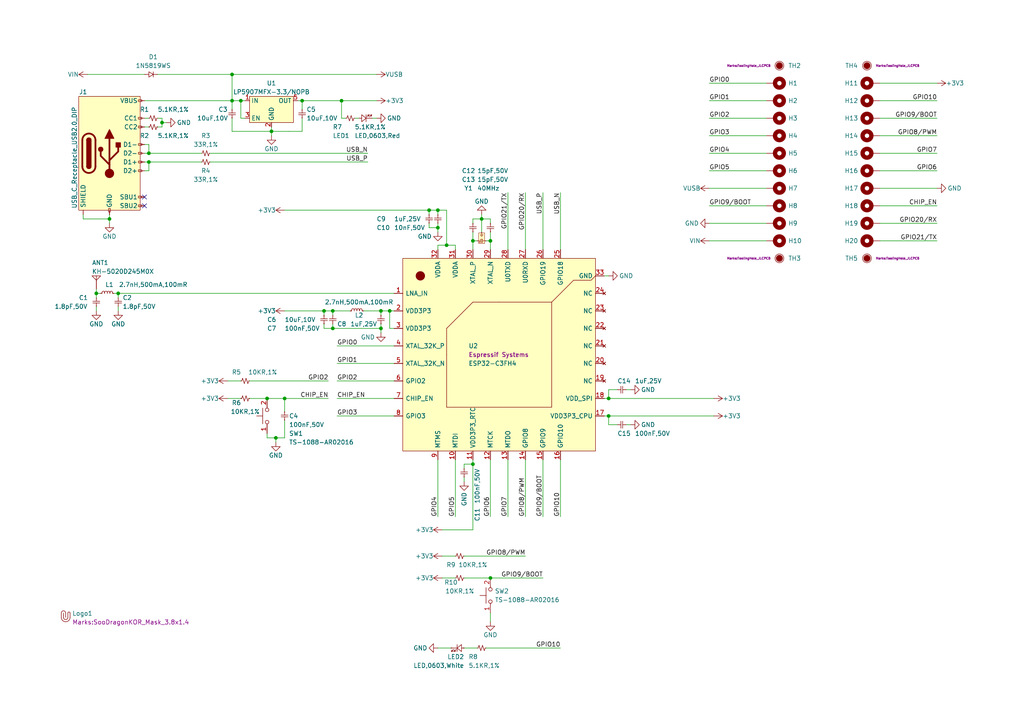
<source format=kicad_sch>
(kicad_sch (version 20230121) (generator eeschema)
  (paper "A4")
  (title_block (rev "1") (company "Geekble") (comment 1 "2-Layer, 1-Oz, JLC PCB Fabrication") (comment 4 "SooDragon"))
  (junction (at 27.94 85.09))
  (junction (at 99.06 29.21))
  (junction (at 176.53 120.65))
  (junction (at 113.03 90.17))
  (junction (at 127 60.96))
  (junction (at 67.31 21.59))
  (junction (at 67.31 29.21))
  (junction (at 43.18 46.99))
  (junction (at 69.85 29.21))
  (junction (at 139.7 63.5))
  (junction (at 129.54 71.12))
  (junction (at 137.16 134.62))
  (junction (at 78.74 38.1))
  (junction (at 96.52 95.25))
  (junction (at 110.49 95.25))
  (junction (at 34.29 85.09))
  (junction (at 124.46 60.96))
  (junction (at 96.52 90.17))
  (junction (at 77.47 115.57))
  (junction (at 46.99 35.56))
  (junction (at 142.24 69.85))
  (junction (at 137.16 69.85))
  (junction (at 87.63 29.21))
  (junction (at 176.53 115.57))
  (junction (at 110.49 90.17))
  (junction (at 142.24 167.64))
  (junction (at 43.18 44.45))
  (junction (at 127 66.04))
  (junction (at 93.98 90.17))
  (junction (at 80.01 127))
  (junction (at 82.55 115.57))
  (junction (at 31.75 63.5))
  (no_connect (at 41.91 59.69))
  (no_connect (at 41.91 57.15))
  (wire (pts (xy 127 60.96) (xy 124.46 60.96)))
  (wire (pts (xy 27.94 88.9) (xy 27.94 90.17)))
  (wire (pts (xy 93.98 93.98) (xy 93.98 95.25)))
  (wire (pts (xy 33.02 85.09) (xy 34.29 85.09)))
  (wire (pts (xy 93.98 95.25) (xy 96.52 95.25)))
  (wire (pts (xy 67.31 29.21) (xy 69.85 29.21)))
  (wire (pts (xy 31.75 63.5) (xy 24.13 63.5)))
  (wire (pts (xy 66.04 110.49) (xy 69.85 110.49)))
  (wire (pts (xy 60.96 44.45) (xy 106.68 44.45)))
  (wire (pts (xy 127 72.39) (xy 127 71.12)))
  (wire (pts (xy 31.75 62.23) (xy 31.75 63.5)))
  (wire (pts (xy 82.55 127) (xy 82.55 121.92)))
  (wire (pts (xy 134.62 134.62) (xy 137.16 134.62)))
  (wire (pts (xy 60.96 46.99) (xy 106.68 46.99)))
  (wire (pts (xy 110.49 90.17) (xy 113.03 90.17)))
  (wire (pts (xy 222.25 59.69) (xy 205.74 59.69)))
  (wire (pts (xy 43.18 44.45) (xy 58.42 44.45)))
  (wire (pts (xy 137.16 69.85) (xy 137.16 72.39)))
  (wire (pts (xy 140.97 187.96) (xy 162.56 187.96)))
  (wire (pts (xy 147.32 72.39) (xy 147.32 55.88)))
  (wire (pts (xy 222.25 29.21) (xy 205.74 29.21)))
  (wire (pts (xy 147.32 149.86) (xy 147.32 133.35)))
  (wire (pts (xy 137.16 63.5) (xy 137.16 64.77)))
  (wire (pts (xy 97.79 105.41) (xy 114.3 105.41)))
  (wire (pts (xy 137.16 134.62) (xy 137.16 153.67)))
  (wire (pts (xy 134.62 135.89) (xy 134.62 134.62)))
  (wire (pts (xy 82.55 90.17) (xy 93.98 90.17)))
  (wire (pts (xy 27.94 83.82) (xy 27.94 85.09)))
  (wire (pts (xy 179.07 123.19) (xy 176.53 123.19)))
  (wire (pts (xy 45.72 36.83) (xy 46.99 36.83)))
  (wire (pts (xy 110.49 93.98) (xy 110.49 95.25)))
  (wire (pts (xy 176.53 113.03) (xy 179.07 113.03)))
  (wire (pts (xy 25.4 21.59) (xy 41.91 21.59)))
  (wire (pts (xy 41.91 41.91) (xy 43.18 41.91)))
  (wire (pts (xy 127 66.04) (xy 127 67.31)))
  (wire (pts (xy 142.24 64.77) (xy 142.24 63.5)))
  (wire (pts (xy 127 187.96) (xy 130.81 187.96)))
  (wire (pts (xy 43.18 46.99) (xy 43.18 49.53)))
  (wire (pts (xy 181.61 123.19) (xy 182.88 123.19)))
  (wire (pts (xy 157.48 72.39) (xy 157.48 55.88)))
  (wire (pts (xy 99.06 29.21) (xy 109.22 29.21)))
  (wire (pts (xy 45.72 21.59) (xy 67.31 21.59)))
  (wire (pts (xy 67.31 31.75) (xy 67.31 29.21)))
  (wire (pts (xy 86.36 29.21) (xy 87.63 29.21)))
  (wire (pts (xy 77.47 115.57) (xy 82.55 115.57)))
  (wire (pts (xy 105.41 90.17) (xy 110.49 90.17)))
  (wire (pts (xy 181.61 113.03) (xy 182.88 113.03)))
  (wire (pts (xy 46.99 35.56) (xy 46.99 34.29)))
  (wire (pts (xy 93.98 91.44) (xy 93.98 90.17)))
  (wire (pts (xy 78.74 38.1) (xy 78.74 36.83)))
  (wire (pts (xy 27.94 85.09) (xy 27.94 86.36)))
  (wire (pts (xy 157.48 149.86) (xy 157.48 133.35)))
  (wire (pts (xy 97.79 110.49) (xy 114.3 110.49)))
  (wire (pts (xy 142.24 69.85) (xy 142.24 72.39)))
  (wire (pts (xy 176.53 115.57) (xy 207.01 115.57)))
  (wire (pts (xy 41.91 49.53) (xy 43.18 49.53)))
  (wire (pts (xy 99.06 34.29) (xy 100.33 34.29)))
  (wire (pts (xy 80.01 127) (xy 80.01 128.27)))
  (wire (pts (xy 113.03 95.25) (xy 113.03 90.17)))
  (wire (pts (xy 87.63 29.21) (xy 87.63 31.75)))
  (wire (pts (xy 87.63 29.21) (xy 99.06 29.21)))
  (wire (pts (xy 134.62 167.64) (xy 142.24 167.64)))
  (wire (pts (xy 87.63 34.29) (xy 87.63 38.1)))
  (wire (pts (xy 128.27 167.64) (xy 132.08 167.64)))
  (wire (pts (xy 82.55 60.96) (xy 124.46 60.96)))
  (wire (pts (xy 152.4 149.86) (xy 152.4 133.35)))
  (wire (pts (xy 127 64.77) (xy 127 66.04)))
  (wire (pts (xy 222.25 34.29) (xy 205.74 34.29)))
  (wire (pts (xy 129.54 71.12) (xy 132.08 71.12)))
  (wire (pts (xy 124.46 64.77) (xy 124.46 66.04)))
  (wire (pts (xy 71.12 34.29) (xy 69.85 34.29)))
  (wire (pts (xy 137.16 67.31) (xy 137.16 69.85)))
  (wire (pts (xy 72.39 115.57) (xy 77.47 115.57)))
  (wire (pts (xy 127 149.86) (xy 127 133.35)))
  (wire (pts (xy 77.47 127) (xy 80.01 127)))
  (wire (pts (xy 142.24 167.64) (xy 157.48 167.64)))
  (wire (pts (xy 142.24 63.5) (xy 139.7 63.5)))
  (wire (pts (xy 142.24 67.31) (xy 142.24 69.85)))
  (wire (pts (xy 66.04 115.57) (xy 69.85 115.57)))
  (wire (pts (xy 132.08 71.12) (xy 132.08 72.39)))
  (wire (pts (xy 95.25 110.49) (xy 72.39 110.49)))
  (wire (pts (xy 41.91 29.21) (xy 67.31 29.21)))
  (wire (pts (xy 176.53 115.57) (xy 175.26 115.57)))
  (wire (pts (xy 80.01 127) (xy 82.55 127)))
  (wire (pts (xy 82.55 115.57) (xy 82.55 119.38)))
  (wire (pts (xy 127 60.96) (xy 129.54 60.96)))
  (wire (pts (xy 102.87 34.29) (xy 104.14 34.29)))
  (wire (pts (xy 142.24 149.86) (xy 142.24 133.35)))
  (wire (pts (xy 127 71.12) (xy 129.54 71.12)))
  (wire (pts (xy 134.62 161.29) (xy 152.4 161.29)))
  (wire (pts (xy 222.25 54.61) (xy 205.74 54.61)))
  (wire (pts (xy 78.74 38.1) (xy 78.74 39.37)))
  (wire (pts (xy 34.29 90.17) (xy 34.29 88.9)))
  (wire (pts (xy 41.91 46.99) (xy 43.18 46.99)))
  (wire (pts (xy 127 60.96) (xy 127 62.23)))
  (wire (pts (xy 41.91 34.29) (xy 43.18 34.29)))
  (wire (pts (xy 222.25 44.45) (xy 205.74 44.45)))
  (wire (pts (xy 107.95 34.29) (xy 109.22 34.29)))
  (wire (pts (xy 162.56 149.86) (xy 162.56 133.35)))
  (wire (pts (xy 110.49 95.25) (xy 110.49 96.52)))
  (wire (pts (xy 124.46 66.04) (xy 127 66.04)))
  (wire (pts (xy 97.79 100.33) (xy 114.3 100.33)))
  (wire (pts (xy 140.97 69.85) (xy 142.24 69.85)))
  (wire (pts (xy 255.27 24.13) (xy 271.78 24.13)))
  (wire (pts (xy 34.29 85.09) (xy 114.3 85.09)))
  (wire (pts (xy 124.46 60.96) (xy 124.46 62.23)))
  (wire (pts (xy 69.85 34.29) (xy 69.85 29.21)))
  (wire (pts (xy 134.62 187.96) (xy 138.43 187.96)))
  (wire (pts (xy 69.85 29.21) (xy 71.12 29.21)))
  (wire (pts (xy 205.74 49.53) (xy 222.25 49.53)))
  (wire (pts (xy 271.78 34.29) (xy 255.27 34.29)))
  (wire (pts (xy 97.79 120.65) (xy 114.3 120.65)))
  (wire (pts (xy 137.16 153.67) (xy 128.27 153.67)))
  (wire (pts (xy 138.43 69.85) (xy 137.16 69.85)))
  (wire (pts (xy 162.56 72.39) (xy 162.56 55.88)))
  (wire (pts (xy 255.27 64.77) (xy 271.78 64.77)))
  (wire (pts (xy 109.22 21.59) (xy 67.31 21.59)))
  (wire (pts (xy 271.78 39.37) (xy 255.27 39.37)))
  (wire (pts (xy 41.91 44.45) (xy 43.18 44.45)))
  (wire (pts (xy 176.53 115.57) (xy 176.53 113.03)))
  (wire (pts (xy 96.52 93.98) (xy 96.52 95.25)))
  (wire (pts (xy 96.52 90.17) (xy 96.52 91.44)))
  (wire (pts (xy 222.25 64.77) (xy 205.74 64.77)))
  (wire (pts (xy 43.18 46.99) (xy 58.42 46.99)))
  (wire (pts (xy 255.27 59.69) (xy 271.78 59.69)))
  (wire (pts (xy 96.52 90.17) (xy 101.6 90.17)))
  (wire (pts (xy 271.78 44.45) (xy 255.27 44.45)))
  (wire (pts (xy 31.75 63.5) (xy 31.75 64.77)))
  (wire (pts (xy 271.78 49.53) (xy 255.27 49.53)))
  (wire (pts (xy 24.13 63.5) (xy 24.13 62.23)))
  (wire (pts (xy 46.99 36.83) (xy 46.99 35.56)))
  (wire (pts (xy 27.94 85.09) (xy 29.21 85.09)))
  (wire (pts (xy 139.7 63.5) (xy 137.16 63.5)))
  (wire (pts (xy 93.98 90.17) (xy 96.52 90.17)))
  (wire (pts (xy 45.72 34.29) (xy 46.99 34.29)))
  (wire (pts (xy 110.49 90.17) (xy 110.49 91.44)))
  (wire (pts (xy 128.27 161.29) (xy 132.08 161.29)))
  (wire (pts (xy 67.31 34.29) (xy 67.31 38.1)))
  (wire (pts (xy 132.08 149.86) (xy 132.08 133.35)))
  (wire (pts (xy 255.27 54.61) (xy 271.78 54.61)))
  (wire (pts (xy 97.79 115.57) (xy 114.3 115.57)))
  (wire (pts (xy 176.53 120.65) (xy 207.01 120.65)))
  (wire (pts (xy 152.4 72.39) (xy 152.4 55.88)))
  (wire (pts (xy 114.3 95.25) (xy 113.03 95.25)))
  (wire (pts (xy 82.55 115.57) (xy 95.25 115.57)))
  (wire (pts (xy 176.53 123.19) (xy 176.53 120.65)))
  (wire (pts (xy 77.47 125.73) (xy 77.47 127)))
  (wire (pts (xy 34.29 85.09) (xy 34.29 86.36)))
  (wire (pts (xy 41.91 36.83) (xy 43.18 36.83)))
  (wire (pts (xy 222.25 39.37) (xy 205.74 39.37)))
  (wire (pts (xy 205.74 69.85) (xy 222.25 69.85)))
  (wire (pts (xy 113.03 90.17) (xy 114.3 90.17)))
  (wire (pts (xy 175.26 80.01) (xy 176.53 80.01)))
  (wire (pts (xy 43.18 41.91) (xy 43.18 44.45)))
  (wire (pts (xy 222.25 24.13) (xy 205.74 24.13)))
  (wire (pts (xy 175.26 120.65) (xy 176.53 120.65)))
  (wire (pts (xy 139.7 63.5) (xy 139.7 67.31)))
  (wire (pts (xy 87.63 38.1) (xy 78.74 38.1)))
  (wire (pts (xy 271.78 29.21) (xy 255.27 29.21)))
  (wire (pts (xy 46.99 35.56) (xy 48.26 35.56)))
  (wire (pts (xy 67.31 21.59) (xy 67.31 29.21)))
  (wire (pts (xy 67.31 38.1) (xy 78.74 38.1)))
  (wire (pts (xy 134.62 139.7) (xy 134.62 138.43)))
  (wire (pts (xy 139.7 62.23) (xy 139.7 63.5)))
  (wire (pts (xy 142.24 177.8) (xy 142.24 180.34)))
  (wire (pts (xy 99.06 29.21) (xy 99.06 34.29)))
  (wire (pts (xy 255.27 69.85) (xy 271.78 69.85)))
  (wire (pts (xy 129.54 60.96) (xy 129.54 71.12)))
  (wire (pts (xy 137.16 133.35) (xy 137.16 134.62)))
  (wire (pts (xy 96.52 95.25) (xy 110.49 95.25)))
  (label "GPIO8{slash}PWM" (at 152.4 161.29 180))
  (label "GPIO1" (at 97.79 105.41 0))
  (label "GPIO6" (at 142.24 149.86 90))
  (label "GPIO2" (at 95.25 110.49 180))
  (label "GPIO9{slash}BOOT" (at 205.74 59.69 0))
  (label "GPIO0" (at 97.79 100.33 0))
  (label "GPIO5" (at 205.74 49.53 0))
  (label "GPIO10" (at 162.56 187.96 180))
  (label "GPIO8{slash}PWM" (at 152.4 149.86 90))
  (label "GPIO20{slash}RX" (at 152.4 55.88 270))
  (label "GPIO2" (at 205.74 34.29 0))
  (label "GPIO2" (at 97.79 110.49 0))
  (label "GPIO21{slash}TX" (at 271.78 69.85 180))
  (label "USB_N" (at 162.56 55.88 270))
  (label "GPIO21{slash}TX" (at 147.32 55.88 270))
  (label "GPIO5" (at 132.08 149.86 90))
  (label "GPIO3" (at 97.79 120.65 0))
  (label "GPIO9{slash}BOOT" (at 157.48 149.86 90))
  (label "CHIP_EN" (at 97.79 115.57 0))
  (label "GPIO7" (at 147.32 149.86 90))
  (label "USB_P" (at 106.68 46.99 180))
  (label "GPIO3" (at 205.74 39.37 0))
  (label "GPIO10" (at 271.78 29.21 180))
  (label "CHIP_EN" (at 271.78 59.69 180))
  (label "GPIO4" (at 127 149.86 90))
  (label "GPIO20{slash}RX" (at 271.78 64.77 180))
  (label "USB_P" (at 157.48 55.88 270))
  (label "GPIO0" (at 205.74 24.13 0))
  (label "GPIO1" (at 205.74 29.21 0))
  (label "USB_N" (at 106.68 44.45 180))
  (label "GPIO6" (at 271.78 49.53 180))
  (label "GPIO10" (at 162.56 149.86 90))
  (label "GPIO7" (at 271.78 44.45 180))
  (label "CHIP_EN" (at 95.25 115.57 180))
  (label "GPIO4" (at 205.74 44.45 0))
  (label "GPIO9{slash}BOOT" (at 157.48 167.64 180))
  (label "GPIO8{slash}PWM" (at 271.78 39.37 180))
  (label "GPIO9{slash}BOOT" (at 271.78 34.29 180))
  (symbol (lib_id "Resistors:5.1KR,1%") (at 44.45 34.29 0) (unit 1)
    (property "Reference" "R1" (at 41.91 31.75 0))
    (property "Value" "5.1KR,1%" (at 45.72 31.75 0) (effects (justify left)))
    (property "Footprint" "Resistors:R_0402" (effects hide))
    (property "Datasheet" "https://datasheet.lcsc.com/szlcsc/Uniroyal-Elec-0402WGF5101TCE_C25905.pdf" (effects hide))
    (property "LCSC" "C25905" (effects hide))
    (property "Manufacturer Part Number" "0402WGF5101TCE" (effects hide))
    (property "Manufacturer" "Uniroyal Elec" (effects hide))
    (property "Library Type" "Basic" (effects hide))
  )
  (symbol (lib_id "power:+3V3") (at 128.27 161.29 90) (unit 1)
    (property "Reference" "#PWR018" (effects hide))
    (property "Value" "+3V3" (at 125.73 161.29 90) (effects (justify left)))
  )
  (symbol (lib_id "Resistors:10KR,1%") (at 71.12 110.49 0) (unit 1)
    (property "Reference" "R5" (at 68.58 107.95 0))
    (property "Value" "10KR,1%" (at 76.2 107.95 0))
    (property "Footprint" "Resistors:R_0402" (effects hide))
    (property "Datasheet" "https://datasheet.lcsc.com/szlcsc/Uniroyal-Elec-0402WGF1002TCE_C25744.pdf" (effects hide))
    (property "LCSC" "C25744" (effects hide))
    (property "Manufacturer Part Number" "0402WGF1002TCE" (effects hide))
    (property "Manufacturer" "Uniroyal Elec" (effects hide))
    (property "Library Type" "Basic" (effects hide))
  )
  (symbol (lib_id "power:GND") (at 110.49 96.52 0) (unit 1)
    (property "Reference" "#PWR015" (effects hide))
    (property "Value" "GND" (at 106.68 97.79 0))
  )
  (symbol (lib_id "Resistors:5.1KR,1%") (at 44.45 36.83 0) (unit 1)
    (property "Reference" "R2" (at 41.91 39.37 0))
    (property "Value" "5.1KR,1%" (at 45.72 39.37 0) (effects (justify left)))
    (property "Footprint" "Resistors:R_0402" (effects hide))
    (property "Datasheet" "https://datasheet.lcsc.com/szlcsc/Uniroyal-Elec-0402WGF5101TCE_C25905.pdf" (effects hide))
    (property "LCSC" "C25905" (effects hide))
    (property "Manufacturer Part Number" "0402WGF5101TCE" (effects hide))
    (property "Manufacturer" "Uniroyal Elec" (effects hide))
    (property "Library Type" "Basic" (effects hide))
  )
  (symbol (lib_id "Pushbutton_Switches_Relays:TS-1088-AR02016") (at 144.78 172.72 90) (unit 1)
    (property "Reference" "SW2" (at 143.51 171.45 90) (effects (justify right)))
    (property "Value" "TS-1088-AR02016" (at 143.51 173.99 90) (effects (justify right)))
    (property "Footprint" "Pushbutton_Switches_Relays:TS-1088-AR020" (effects hide))
    (property "Datasheet" "https://datasheet.lcsc.com/lcsc/2304140030_XUNPU-TS-1088-AR02016_C720477.pdf" (effects hide))
    (property "Manufacturer" "XUNPU" (effects hide))
    (property "Manufacturer Part Number" "TS-1088-AR02016" (effects hide))
    (property "LCSC" "C720477" (effects hide))
    (property "Library Type" "Extended" (effects hide))
  )
  (symbol (lib_id "Capacitors:100nF,50V") (at 134.62 137.16 90) (unit 1)
    (property "Reference" "C11" (at 138.43 147.32 0) (effects (justify right)))
    (property "Value" "100nF,50V" (at 138.43 135.89 0) (effects (justify right)))
    (property "Footprint" "Capacitors:C_0402" (effects hide))
    (property "Datasheet" "https://datasheet.lcsc.com/lcsc/1810191222_Samsung-Electro-Mechanics-CL05B104KB54PNC_C307331.pdf" (effects hide))
    (property "LCSC" "C307331" (effects hide))
    (property "Manufacturer Part Number" "CL05B104KB54PNC" (effects hide))
    (property "Manufacturer" "Samsung Electro-Mechanics" (effects hide))
    (property "Library Type" "Basic" (effects hide))
  )
  (symbol (lib_id "Marks:MountingHole_Pad") (at 252.73 29.21 90) (unit 1)
    (property "Reference" "H12" (at 248.92 29.21 90) (effects (justify left)))
    (property "Value" "MountingHole_Pad" (effects hide))
    (property "Footprint" "Connectors:1x1_P2.54_CastellatedPad" (effects hide))
  )
  (symbol (lib_name "5.1KR,1%_1") (lib_id "Resistors:5.1KR,1%") (at 139.7 187.96 0) (unit 1)
    (property "Reference" "R8" (at 135.89 190.5 0) (effects (justify left)))
    (property "Value" "5.1KR,1%" (at 135.89 193.04 0) (effects (justify left)))
    (property "Footprint" "Resistors:R_0402" (effects hide))
    (property "Datasheet" "https://datasheet.lcsc.com/szlcsc/Uniroyal-Elec-0402WGF5101TCE_C25905.pdf" (effects hide))
    (property "LCSC" "C25905" (effects hide))
    (property "Manufacturer Part Number" "0402WGF5101TCE" (effects hide))
    (property "Manufacturer" "Uniroyal Elec" (effects hide))
    (property "Library Type" "Basic" (effects hide))
  )
  (symbol (lib_id "Pushbutton_Switches_Relays:TS-1088-AR02016") (at 80.01 120.65 90) (unit 1)
    (property "Reference" "SW1" (at 83.82 125.73 90) (effects (justify right)))
    (property "Value" "TS-1088-AR02016" (at 83.82 128.27 90) (effects (justify right)))
    (property "Footprint" "Pushbutton_Switches_Relays:TS-1088-AR020" (effects hide))
    (property "Datasheet" "https://datasheet.lcsc.com/lcsc/2304140030_XUNPU-TS-1088-AR02016_C720477.pdf" (effects hide))
    (property "Manufacturer" "XUNPU" (effects hide))
    (property "Manufacturer Part Number" "TS-1088-AR02016" (effects hide))
    (property "LCSC" "C720477" (effects hide))
    (property "Library Type" "Extended" (effects hide))
  )
  (symbol (lib_id "Marks:ToolingHole") (at 251.46 74.93 0) (unit 1)
    (property "Reference" "TH5" (at 245.11 74.93 0) (effects (justify left)))
    (property "Value" "ToolingHole" (effects hide))
    (property "Footprint" "Marks:ToolingHole_JLCPCB" (at 254 74.93 0) (effects (font (size 0.635 0.635)) (justify left)))
  )
  (symbol (lib_id "Marks:MountingHole_Pad") (at 252.73 59.69 90) (mirror x) (unit 1)
    (property "Reference" "H18" (at 248.92 59.69 90) (effects (justify left)))
    (property "Value" "MountingHole_Pad" (effects hide))
    (property "Footprint" "Connectors:1x1_P2.54_CastellatedPad" (effects hide))
  )
  (symbol (lib_id "Capacitors:1uF,25V") (at 180.34 113.03 180) (unit 1)
    (property "Reference" "C14" (at 179.07 110.49 0) (effects (justify right)))
    (property "Value" "1uF,25V" (at 184.15 110.49 0) (effects (justify right)))
    (property "Footprint" "Capacitors:C_0402" (effects hide))
    (property "Datasheet" "https://datasheet.lcsc.com/lcsc/1811091611_Samsung-Electro-Mechanics-CL05A105KA5NQNC_C52923.pdf" (effects hide))
    (property "LCSC" "C52923" (effects hide))
    (property "Manufacturer Part Number" "CL05A105KA5NQNC" (effects hide))
    (property "Manufacturer" "Samsung Electro-Mechanics" (effects hide))
    (property "Library Type" "Basic" (effects hide))
  )
  (symbol (lib_id "Connectors:USB_C_Receptacle_USB2.0_DIP") (at 31.75 44.45 0) (unit 1)
    (property "Reference" "J1" (at 24.13 26.67 0))
    (property "Value" "USB_C_Receptacle_USB2.0_DIP" (at 21.59 45.72 90))
    (property "Footprint" "Connectors:USB_DIP,8.94x7.3mm" (effects hide))
    (property "Datasheet" "https://datasheet.lcsc.com/szlcsc/1811131825_Korean-Hroparts-Elec-TYPE-C-31-M-12_C165948.pdf" (effects hide))
    (property "LCSC" "C165948" (effects hide))
    (property "Manufacturer Part Number" "TYPE-C-31-M-12" (effects hide))
    (property "Manufacturer" "Korean Hroparts Elec" (effects hide))
    (property "Library Type" "Extended" (effects hide))
  )
  (symbol (lib_id "Capacitors:1uF,25V") (at 110.49 92.71 90) (unit 1)
    (property "Reference" "C8" (at 97.79 93.98 90) (effects (justify right)))
    (property "Value" "1uF,25V" (at 101.6 93.98 90) (effects (justify right)))
    (property "Footprint" "Capacitors:C_0402" (effects hide))
    (property "Datasheet" "https://datasheet.lcsc.com/lcsc/1811091611_Samsung-Electro-Mechanics-CL05A105KA5NQNC_C52923.pdf" (effects hide))
    (property "LCSC" "C52923" (effects hide))
    (property "Manufacturer Part Number" "CL05A105KA5NQNC" (effects hide))
    (property "Manufacturer" "Samsung Electro-Mechanics" (effects hide))
    (property "Library Type" "Basic" (effects hide))
  )
  (symbol (lib_id "power:+3V3") (at 128.27 167.64 90) (unit 1)
    (property "Reference" "#PWR019" (effects hide))
    (property "Value" "+3V3" (at 125.73 167.64 90) (effects (justify left)))
  )
  (symbol (lib_id "power:+3V3") (at 109.22 29.21 270) (unit 1)
    (property "Reference" "#PWR013" (effects hide))
    (property "Value" "+3V3" (at 111.76 29.21 90) (effects (justify left)))
  )
  (symbol (lib_id "power:GND") (at 27.94 90.17 0) (unit 1)
    (property "Reference" "#PWR01" (effects hide))
    (property "Value" "GND" (at 27.94 93.98 0))
  )
  (symbol (lib_id "Capacitors:10nF,50V") (at 127 63.5 90) (unit 1)
    (property "Reference" "C10" (at 109.22 66.04 90) (effects (justify right)))
    (property "Value" "10nF,50V" (at 114.3 66.04 90) (effects (justify right)))
    (property "Footprint" "Capacitors:C_0402" (effects hide))
    (property "Datasheet" "https://datasheet.lcsc.com/lcsc/1810191223_Samsung-Electro-Mechanics-CL05B103KB5NNNC_C15195.pdf" (effects hide))
    (property "LCSC" "C15195" (effects hide))
    (property "Manufacturer Part Number" "CL05B103KB5NNNC" (effects hide))
    (property "Manufacturer" "Samsung Electro-Mechanics" (effects hide))
    (property "Library Type" "Basic" (effects hide))
  )
  (symbol (lib_id "Diodes:LED,0603,Red") (at 106.68 34.29 180) (unit 1)
    (property "Reference" "LED1" (at 96.52 39.37 0) (effects (justify right)))
    (property "Value" "LED,0603,Red" (at 102.87 39.37 0) (effects (justify right)))
    (property "Footprint" "Diodes:LED_0603_Red" (effects hide))
    (property "Datasheet" "Hubei-KENTO-Elec-KT-0603R_C2286.pdf" (effects hide))
    (property "LCSC" "C2286" (effects hide))
    (property "Manufacturer Part Number" "KT-0603R" (effects hide))
    (property "Manufacturer" "Hubei KENTO Elec" (effects hide))
    (property "Library Type" "Basic" (effects hide))
  )
  (symbol (lib_id "Capacitors:100nF,50V") (at 180.34 123.19 180) (unit 1)
    (property "Reference" "C15" (at 179.07 125.73 0) (effects (justify right)))
    (property "Value" "100nF,50V" (at 184.15 125.73 0) (effects (justify right)))
    (property "Footprint" "Capacitors:C_0402" (effects hide))
    (property "Datasheet" "https://datasheet.lcsc.com/lcsc/1810191222_Samsung-Electro-Mechanics-CL05B104KB54PNC_C307331.pdf" (effects hide))
    (property "LCSC" "C307331" (effects hide))
    (property "Manufacturer Part Number" "CL05B104KB54PNC" (effects hide))
    (property "Manufacturer" "Samsung Electro-Mechanics" (effects hide))
    (property "Library Type" "Basic" (effects hide))
  )
  (symbol (lib_id "Capacitors:1uF,25V") (at 124.46 63.5 90) (unit 1)
    (property "Reference" "C9" (at 109.22 63.5 90) (effects (justify right)))
    (property "Value" "1uF,25V" (at 114.3 63.5 90) (effects (justify right)))
    (property "Footprint" "Capacitors:C_0402" (effects hide))
    (property "Datasheet" "https://datasheet.lcsc.com/lcsc/1811091611_Samsung-Electro-Mechanics-CL05A105KA5NQNC_C52923.pdf" (effects hide))
    (property "LCSC" "C52923" (effects hide))
    (property "Manufacturer Part Number" "CL05A105KA5NQNC" (effects hide))
    (property "Manufacturer" "Samsung Electro-Mechanics" (effects hide))
    (property "Library Type" "Basic" (effects hide))
  )
  (symbol (lib_id "Capacitors:100nF,50V") (at 82.55 120.65 90) (unit 1)
    (property "Reference" "C4" (at 83.82 120.65 90) (effects (justify right)))
    (property "Value" "100nF,50V" (at 83.82 123.19 90) (effects (justify right)))
    (property "Footprint" "Capacitors:C_0402" (effects hide))
    (property "Datasheet" "https://datasheet.lcsc.com/lcsc/1810191222_Samsung-Electro-Mechanics-CL05B104KB54PNC_C307331.pdf" (effects hide))
    (property "LCSC" "C307331" (effects hide))
    (property "Manufacturer Part Number" "CL05B104KB54PNC" (effects hide))
    (property "Manufacturer" "Samsung Electro-Mechanics" (effects hide))
    (property "Library Type" "Basic" (effects hide))
  )
  (symbol (lib_id "Capacitors:100nF,50V") (at 96.52 92.71 90) (unit 1)
    (property "Reference" "C7" (at 77.47 95.25 90) (effects (justify right)))
    (property "Value" "100nF,50V" (at 82.55 95.25 90) (effects (justify right)))
    (property "Footprint" "Capacitors:C_0402" (effects hide))
    (property "Datasheet" "https://datasheet.lcsc.com/lcsc/1810191222_Samsung-Electro-Mechanics-CL05B104KB54PNC_C307331.pdf" (effects hide))
    (property "LCSC" "C307331" (effects hide))
    (property "Manufacturer Part Number" "CL05B104KB54PNC" (effects hide))
    (property "Manufacturer" "Samsung Electro-Mechanics" (effects hide))
    (property "Library Type" "Basic" (effects hide))
  )
  (symbol (lib_id "Inductors_Chokes_Transformers:2.7nH,500mA,100mR") (at 31.75 85.09 0) (unit 1)
    (property "Reference" "L1" (at 31.75 82.55 0))
    (property "Value" "2.7nH,500mA,100mR" (at 44.45 82.55 0))
    (property "Footprint" "Inductors_Chokes_Transformers:L_0402" (effects hide))
    (property "Datasheet" "https://datasheet.lcsc.com/lcsc/2304140030_TDK-MLK1005S2N7ST000_C76791.pdf" (effects hide))
    (property "LCSC" "C76791" (effects hide))
    (property "Manufacturer Part Number" "MLK1005S2N7ST000" (effects hide))
    (property "Manufacturer" "TDK" (effects hide))
    (property "Library Type" "Extended" (effects hide))
  )
  (symbol (lib_id "Marks:MountingHole_Pad") (at 224.79 24.13 270) (mirror x) (unit 1)
    (property "Reference" "H1" (at 228.6 24.13 90) (effects (justify left)))
    (property "Value" "MountingHole_Pad" (effects hide))
    (property "Footprint" "Connectors:1x1_P2.54_CastellatedPad" (effects hide))
  )
  (symbol (lib_name "VUSB_1") (lib_id "power:VUSB") (at 205.74 54.61 90) (unit 1)
    (property "Reference" "#PWR027" (effects hide))
    (property "Value" "VUSB" (at 203.2 54.61 90) (effects (justify left)))
  )
  (symbol (lib_id "power:GND") (at 109.22 34.29 90) (unit 1)
    (property "Reference" "#PWR014" (effects hide))
    (property "Value" "GND" (at 114.3 34.29 90))
  )
  (symbol (lib_id "Diodes:LED,0603,White") (at 132.08 187.96 0) (unit 1)
    (property "Reference" "LED2" (at 134.62 190.5 0) (effects (justify right)))
    (property "Value" "LED,0603,White" (at 134.62 193.04 0) (effects (justify right)))
    (property "Footprint" "Diodes:LED_0603_White" (effects hide))
    (property "Datasheet" "https://datasheet.lcsc.com/szlcsc/Hubei-KENTO-Elec-0603White-light-173-207mcd_C2290.pdf" (effects hide))
    (property "LCSC" "C2290" (effects hide))
    (property "Manufacturer Part Number" "-" (effects hide))
    (property "Manufacturer" "Hubei KENTO Elec" (effects hide))
    (property "Library Type" "Basic" (effects hide))
  )
  (symbol (lib_id "RadioFrequencyChip_Antenna:KH-5020D245M0X") (at 27.94 83.82 0) (unit 1)
    (property "Reference" "ANT1" (at 26.67 76.2 0) (effects (justify left)))
    (property "Value" "KH-5020D245M0X" (at 26.67 78.74 0) (effects (justify left)))
    (property "Footprint" "RadioFrequencyChip_Antenna:ANT_5020" (effects hide))
    (property "Datasheet" "https://datasheet.lcsc.com/lcsc/1912111437_Shenzhen-Kinghelm-Elec-KH-5020D245M0X_C454142.pdf" (effects hide))
    (property "LCSC" "C454142" (effects hide))
    (property "Manufacturer Part Number" "KH-5020D245M0X" (effects hide))
    (property "Manufacturer" "Shenzhen Kinghelm Elec" (effects hide))
    (property "Library Type" "Extended" (effects hide))
  )
  (symbol (lib_id "Resistors:10KR,1%") (at 71.12 115.57 0) (unit 1)
    (property "Reference" "R6" (at 68.58 116.84 0))
    (property "Value" "10KR,1%" (at 71.12 119.38 0))
    (property "Footprint" "Resistors:R_0402" (effects hide))
    (property "Datasheet" "https://datasheet.lcsc.com/szlcsc/Uniroyal-Elec-0402WGF1002TCE_C25744.pdf" (effects hide))
    (property "LCSC" "C25744" (effects hide))
    (property "Manufacturer Part Number" "0402WGF1002TCE" (effects hide))
    (property "Manufacturer" "Uniroyal Elec" (effects hide))
    (property "Library Type" "Basic" (effects hide))
  )
  (symbol (lib_id "power:GND") (at 31.75 64.77 0) (unit 1)
    (property "Reference" "#PWR02" (effects hide))
    (property "Value" "GND" (at 31.75 68.58 0))
  )
  (symbol (lib_id "power:GND") (at 48.26 35.56 90) (unit 1)
    (property "Reference" "#PWR04" (effects hide))
    (property "Value" "GND" (at 53.34 35.56 90))
  )
  (symbol (lib_id "power:GND") (at 127 187.96 270) (unit 1)
    (property "Reference" "#PWR033" (effects hide))
    (property "Value" "GND" (at 121.92 187.96 90))
  )
  (symbol (lib_id "Capacitors:1.8pF,50V") (at 34.29 87.63 90) (unit 1)
    (property "Reference" "C2" (at 35.56 86.36 90) (effects (justify right)))
    (property "Value" "1.8pF,50V" (at 35.56 88.9 90) (effects (justify right)))
    (property "Footprint" "Capacitors:C_0402" (effects hide))
    (property "Datasheet" "https://datasheet.lcsc.com/lcsc/1811141242_YAGEO-CC0402BRNPO9BN1R8_C327209.pdf" (effects hide))
    (property "LCSC" "C327209" (effects hide))
    (property "Manufacturer Part Number" "CC0402BRNPO9BN1R8" (effects hide))
    (property "Manufacturer" "YAGEO" (effects hide))
    (property "Library Type" "Extended" (effects hide))
  )
  (symbol (lib_id "Marks:ToolingHole") (at 251.46 19.05 0) (unit 1)
    (property "Reference" "TH4" (at 245.11 19.05 0) (effects (justify left)))
    (property "Value" "ToolingHole" (effects hide))
    (property "Footprint" "Marks:ToolingHole_JLCPCB" (at 254 19.05 0) (effects (font (size 0.635 0.635)) (justify left)))
  )
  (symbol (lib_id "Resistors:10KR,1%") (at 133.35 167.64 0) (unit 1)
    (property "Reference" "R10" (at 130.81 168.91 0))
    (property "Value" "10KR,1%" (at 133.35 171.45 0))
    (property "Footprint" "Resistors:R_0402" (effects hide))
    (property "Datasheet" "https://datasheet.lcsc.com/szlcsc/Uniroyal-Elec-0402WGF1002TCE_C25744.pdf" (effects hide))
    (property "LCSC" "C25744" (effects hide))
    (property "Manufacturer Part Number" "0402WGF1002TCE" (effects hide))
    (property "Manufacturer" "Uniroyal Elec" (effects hide))
    (property "Library Type" "Basic" (effects hide))
  )
  (symbol (lib_id "Marks:ToolingHole") (at 226.06 19.05 0) (unit 1)
    (property "Reference" "TH2" (at 228.6 19.05 0) (effects (justify left)))
    (property "Value" "ToolingHole" (effects hide))
    (property "Footprint" "Marks:ToolingHole_JLCPCB" (at 210.82 19.05 0) (effects (font (size 0.635 0.635)) (justify left)))
  )
  (symbol (lib_id "Marks:MountingHole_Pad") (at 224.79 39.37 270) (mirror x) (unit 1)
    (property "Reference" "H4" (at 228.6 39.37 90) (effects (justify left)))
    (property "Value" "MountingHole_Pad" (effects hide))
    (property "Footprint" "Connectors:1x1_P2.54_CastellatedPad" (effects hide))
  )
  (symbol (lib_id "power:VUSB") (at 109.22 21.59 270) (unit 1)
    (property "Reference" "#PWR011" (effects hide))
    (property "Value" "VUSB" (at 111.76 21.59 90) (effects (justify left)))
  )
  (symbol (lib_id "power:GND") (at 34.29 90.17 0) (unit 1)
    (property "Reference" "#PWR03" (effects hide))
    (property "Value" "GND" (at 34.29 93.98 0))
  )
  (symbol (lib_id "Capacitors:10uF,10V") (at 93.98 92.71 90) (unit 1)
    (property "Reference" "C6" (at 77.47 92.71 90) (effects (justify right)))
    (property "Value" "10uF,10V" (at 82.55 92.71 90) (effects (justify right)))
    (property "Footprint" "Capacitors:C_0402" (effects hide))
    (property "Datasheet" "https://datasheet.lcsc.com/lcsc/1912111437_Taiyo-Yuden-LDK105CBJ106MVLF_C386033.pdf" (effects hide))
    (property "LCSC" "C386033" (effects hide))
    (property "Manufacturer Part Number" "LDK105CBJ106MVLF" (effects hide))
    (property "Manufacturer" "Taiyo Yuden" (effects hide))
    (property "Library Type" "Extended" (effects hide))
  )
  (symbol (lib_id "power:+3V3") (at 82.55 90.17 90) (unit 1)
    (property "Reference" "#PWR010" (effects hide))
    (property "Value" "+3V3" (at 80.01 90.17 90) (effects (justify left)))
  )
  (symbol (lib_id "power:GND") (at 176.53 80.01 90) (unit 1)
    (property "Reference" "#PWR023" (effects hide))
    (property "Value" "GND" (at 181.61 80.01 90))
  )
  (symbol (lib_id "Marks:MountingHole_Pad") (at 252.73 24.13 90) (unit 1)
    (property "Reference" "H11" (at 248.92 24.13 90) (effects (justify left)))
    (property "Value" "MountingHole_Pad" (effects hide))
    (property "Footprint" "Connectors:1x1_P2.54_CastellatedPad" (effects hide))
  )
  (symbol (lib_id "Marks:ToolingHole") (at 226.06 74.93 0) (unit 1)
    (property "Reference" "TH3" (at 228.6 74.93 0) (effects (justify left)))
    (property "Value" "ToolingHole" (effects hide))
    (property "Footprint" "Marks:ToolingHole_JLCPCB" (at 210.82 74.93 0) (effects (font (size 0.635 0.635)) (justify left)))
  )
  (symbol (lib_id "Marks:MountingHole_Pad") (at 224.79 49.53 270) (mirror x) (unit 1)
    (property "Reference" "H6" (at 228.6 49.53 90) (effects (justify left)))
    (property "Value" "MountingHole_Pad" (effects hide))
    (property "Footprint" "Connectors:1x1_P2.54_CastellatedPad" (effects hide))
  )
  (symbol (lib_id "Marks:MountingHole_Pad") (at 224.79 29.21 270) (mirror x) (unit 1)
    (property "Reference" "H2" (at 228.6 29.21 90) (effects (justify left)))
    (property "Value" "MountingHole_Pad" (effects hide))
    (property "Footprint" "Connectors:1x1_P2.54_CastellatedPad" (effects hide))
  )
  (symbol (lib_id "power:GND") (at 182.88 123.19 90) (unit 1)
    (property "Reference" "#PWR025" (effects hide))
    (property "Value" "GND" (at 187.96 123.19 90))
  )
  (symbol (lib_name "VIN_1") (lib_id "power:VIN") (at 205.74 69.85 90) (unit 1)
    (property "Reference" "#PWR029" (effects hide))
    (property "Value" "VIN" (at 203.2 69.85 90) (effects (justify left)))
  )
  (symbol (lib_id "Marks:MountingHole_Pad") (at 252.73 34.29 90) (unit 1)
    (property "Reference" "H13" (at 248.92 34.29 90) (effects (justify left)))
    (property "Value" "MountingHole_Pad" (effects hide))
    (property "Footprint" "Connectors:1x1_P2.54_CastellatedPad" (effects hide))
  )
  (symbol (lib_id "power:GND") (at 127 67.31 0) (unit 1)
    (property "Reference" "#PWR016" (effects hide))
    (property "Value" "GND" (at 123.19 68.58 0))
  )
  (symbol (lib_id "Crystals:40MHz") (at 139.7 69.85 0) (unit 1)
    (property "Reference" "Y1" (at 135.89 54.61 0))
    (property "Value" "40MHz" (at 138.43 54.61 0) (effects (justify left)))
    (property "Footprint" "Crystals:SMD-3225_4P" (effects hide))
    (property "Datasheet" "https://datasheet.lcsc.com/lcsc/2103291204_YXC-X322540MPB4SI_C9010.pdf" (effects hide))
    (property "LCSC" "C9010" (effects hide))
    (property "Manufacturer Part Number" "X322540MPB4SI" (effects hide))
    (property "Manufacturer" "YXC" (effects hide))
    (property "Library Type" "Extended" (effects hide))
  )
  (symbol (lib_id "Marks:MountingHole_Pad") (at 224.79 44.45 270) (mirror x) (unit 1)
    (property "Reference" "H5" (at 228.6 44.45 90) (effects (justify left)))
    (property "Value" "MountingHole_Pad" (effects hide))
    (property "Footprint" "Connectors:1x1_P2.54_CastellatedPad" (effects hide))
  )
  (symbol (lib_id "Marks:MountingHole_Pad") (at 224.79 34.29 270) (mirror x) (unit 1)
    (property "Reference" "H3" (at 228.6 34.29 90) (effects (justify left)))
    (property "Value" "MountingHole_Pad" (effects hide))
    (property "Footprint" "Connectors:1x1_P2.54_CastellatedPad" (effects hide))
  )
  (symbol (lib_id "Inductors_Chokes_Transformers:2.7nH,500mA,100mR") (at 104.14 90.17 0) (unit 1)
    (property "Reference" "L2" (at 104.14 91.44 0))
    (property "Value" "2.7nH,500mA,100mR" (at 104.14 87.63 0))
    (property "Footprint" "Inductors_Chokes_Transformers:L_0402" (effects hide))
    (property "Datasheet" "https://datasheet.lcsc.com/lcsc/2304140030_TDK-MLK1005S2N7ST000_C76791.pdf" (effects hide))
    (property "LCSC" "C76791" (effects hide))
    (property "Manufacturer Part Number" "MLK1005S2N7ST000" (effects hide))
    (property "Manufacturer" "TDK" (effects hide))
    (property "Library Type" "Extended" (effects hide))
  )
  (symbol (lib_id "power:GND") (at 134.62 139.7 0) (unit 1)
    (property "Reference" "#PWR020" (effects hide))
    (property "Value" "GND" (at 134.62 144.78 90))
  )
  (symbol (lib_id "power:GND") (at 78.74 39.37 0) (unit 1)
    (property "Reference" "#PWR07" (effects hide))
    (property "Value" "GND" (at 78.74 43.18 0))
  )
  (symbol (lib_id "Marks:MountingHole_Pad") (at 252.73 54.61 90) (mirror x) (unit 1)
    (property "Reference" "H17" (at 248.92 54.61 90) (effects (justify left)))
    (property "Value" "MountingHole_Pad" (effects hide))
    (property "Footprint" "Connectors:1x1_P2.54_CastellatedPad" (effects hide))
  )
  (symbol (lib_id "Marks:Geekble_Logo") (at 19.05 179.07 0) (unit 1)
    (property "Reference" "Logo1" (at 20.955 177.9178 0) (effects (justify left)))
    (property "Value" "Geekble_Logo" (effects hide))
    (property "Footprint" "Marks:SooDragonKOR_Mask_3.8x1.4" (at 20.955 180.4547 0) (effects (justify left)))
  )
  (symbol (lib_id "Capacitors:15pF,50V") (at 137.16 66.04 90) (mirror x) (unit 1)
    (property "Reference" "C12" (at 135.89 49.53 90))
    (property "Value" "15pF,50V" (at 138.43 49.53 90) (effects (justify right)))
    (property "Footprint" "Capacitors:C_0402" (effects hide))
    (property "Datasheet" "https://datasheet.lcsc.com/lcsc/2304140030_FH--Guangdong-Fenghua-Advanced-Tech-0402CG150J500NT_C1548.pdf" (effects hide))
    (property "LCSC" "C1548" (effects hide))
    (property "Manufacturer Part Number" "0402CG150J500NT" (effects hide))
    (property "Manufacturer" "FH (Guangdong Fenghua Advanced Tech)" (effects hide))
    (property "Library Type" "Basic" (effects hide))
  )
  (symbol (lib_id "power:+3V3") (at 207.01 120.65 270) (unit 1)
    (property "Reference" "#PWR031" (effects hide))
    (property "Value" "+3V3" (at 209.55 120.65 90) (effects (justify left)))
  )
  (symbol (lib_id "Resistors:10KR,1%") (at 133.35 161.29 0) (unit 1)
    (property "Reference" "R9" (at 130.81 163.83 0))
    (property "Value" "10KR,1%" (at 137.16 163.83 0))
    (property "Footprint" "Resistors:R_0402" (effects hide))
    (property "Datasheet" "https://datasheet.lcsc.com/szlcsc/Uniroyal-Elec-0402WGF1002TCE_C25744.pdf" (effects hide))
    (property "LCSC" "C25744" (effects hide))
    (property "Manufacturer Part Number" "0402WGF1002TCE" (effects hide))
    (property "Manufacturer" "Uniroyal Elec" (effects hide))
    (property "Library Type" "Basic" (effects hide))
  )
  (symbol (lib_id "power:+3V3") (at 82.55 60.96 90) (unit 1)
    (property "Reference" "#PWR09" (effects hide))
    (property "Value" "+3V3" (at 80.01 60.96 90) (effects (justify left)))
  )
  (symbol (lib_id "power:GND") (at 142.24 180.34 0) (unit 1)
    (property "Reference" "#PWR022" (effects hide))
    (property "Value" "GND" (at 142.24 184.15 0))
  )
  (symbol (lib_id "Diodes:1N5819WS") (at 44.45 21.59 180) (unit 1)
    (property "Reference" "D1" (at 44.45 16.51 0))
    (property "Value" "1N5819WS" (at 44.45 19.05 0))
    (property "Footprint" "Diodes:SOD-323F" (effects hide))
    (property "Datasheet" "https://datasheet.lcsc.com/lcsc/2204281430_Guangdong-Hottech-1N5819WS_C191023.pdf" (effects hide))
    (property "LCSC" "C191023" (effects hide))
    (property "Manufacturer Part Number" "1N5819WS" (effects hide))
    (property "Manufacturer" "Guangdong Hottech" (effects hide))
    (property "Library Type" "Basic" (effects hide))
  )
  (symbol (lib_id "Capacitors:10uF,10V") (at 87.63 33.02 90) (unit 1)
    (property "Reference" "C5" (at 88.9 31.75 90) (effects (justify right)))
    (property "Value" "10uF,10V" (at 88.9 34.29 90) (effects (justify right)))
    (property "Footprint" "Capacitors:C_0402" (effects hide))
    (property "Datasheet" "https://datasheet.lcsc.com/lcsc/1912111437_Taiyo-Yuden-LDK105CBJ106MVLF_C386033.pdf" (effects hide))
    (property "LCSC" "C386033" (effects hide))
    (property "Manufacturer Part Number" "LDK105CBJ106MVLF" (effects hide))
    (property "Manufacturer" "Taiyo Yuden" (effects hide))
    (property "Library Type" "Extended" (effects hide))
  )
  (symbol (lib_id "Marks:MountingHole_Pad") (at 224.79 59.69 270) (mirror x) (unit 1)
    (property "Reference" "H8" (at 228.6 59.69 90) (effects (justify left)))
    (property "Value" "MountingHole_Pad" (effects hide))
    (property "Footprint" "Connectors:1x1_P2.54_CastellatedPad" (effects hide))
  )
  (symbol (lib_id "Marks:MountingHole_Pad") (at 224.79 69.85 270) (unit 1)
    (property "Reference" "H10" (at 228.6 69.85 90) (effects (justify left)))
    (property "Value" "MountingHole_Pad" (effects hide))
    (property "Footprint" "Connectors:1x1_P2.54_CastellatedPad" (effects hide))
  )
  (symbol (lib_id "Marks:MountingHole_Pad") (at 252.73 44.45 90) (unit 1)
    (property "Reference" "H15" (at 248.92 44.45 90) (effects (justify left)))
    (property "Value" "MountingHole_Pad" (effects hide))
    (property "Footprint" "Connectors:1x1_P2.54_CastellatedPad" (effects hide))
  )
  (symbol (lib_id "Marks:MountingHole_Pad") (at 224.79 64.77 270) (mirror x) (unit 1)
    (property "Reference" "H9" (at 228.6 64.77 90) (effects (justify left)))
    (property "Value" "MountingHole_Pad" (effects hide))
    (property "Footprint" "Connectors:1x1_P2.54_CastellatedPad" (effects hide))
  )
  (symbol (lib_id "Capacitors:10uF,10V") (at 67.31 33.02 90) (unit 1)
    (property "Reference" "C3" (at 66.04 31.75 90) (effects (justify left)))
    (property "Value" "10uF,10V" (at 57.15 34.29 90) (effects (justify right)))
    (property "Footprint" "Capacitors:C_0402" (effects hide))
    (property "Datasheet" "https://datasheet.lcsc.com/lcsc/1912111437_Taiyo-Yuden-LDK105CBJ106MVLF_C386033.pdf" (effects hide))
    (property "LCSC" "C386033" (effects hide))
    (property "Manufacturer Part Number" "LDK105CBJ106MVLF" (effects hide))
    (property "Manufacturer" "Taiyo Yuden" (effects hide))
    (property "Library Type" "Extended" (effects hide))
  )
  (symbol (lib_id "Marks:MountingHole_Pad") (at 224.79 54.61 270) (mirror x) (unit 1)
    (property "Reference" "H7" (at 228.6 54.61 90) (effects (justify left)))
    (property "Value" "MountingHole_Pad" (effects hide))
    (property "Footprint" "Connectors:1x1_P2.54_CastellatedPad" (effects hide))
  )
  (symbol (lib_id "power:GND") (at 182.88 113.03 90) (unit 1)
    (property "Reference" "#PWR024" (effects hide))
    (property "Value" "GND" (at 187.96 113.03 90))
  )
  (symbol (lib_id "Marks:MountingHole_Pad") (at 252.73 49.53 90) (unit 1)
    (property "Reference" "H16" (at 248.92 49.53 90) (effects (justify left)))
    (property "Value" "MountingHole_Pad" (effects hide))
    (property "Footprint" "Connectors:1x1_P2.54_CastellatedPad" (effects hide))
  )
  (symbol (lib_id "Power_Management_ICs:LP5907MFX-3.3/NOPB") (at 78.74 31.75 0) (unit 1)
    (property "Reference" "U1" (at 78.74 24.13 0))
    (property "Value" "LP5907MFX-3.3/NOPB" (at 78.74 26.67 0))
    (property "Footprint" "Power_Management_ICs:SOT-23-5" (effects hide))
    (property "Datasheet" "https://datasheet.lcsc.com/lcsc/1810271029_Texas-Instruments-LP5907MFX-3-3-NOPB_C80670.pdf" (effects hide))
    (property "LCSC" "C80670" (effects hide))
    (property "Manufacturer Part Number" "LP5907MFX-3.3/NOPB" (effects hide))
    (property "Manufacturer" "Texas Instruments" (effects hide))
    (property "Library Type" "Extended" (effects hide))
  )
  (symbol (lib_id "power:GND") (at 139.7 62.23 0) (mirror x) (unit 1)
    (property "Reference" "#PWR021" (effects hide))
    (property "Value" "GND" (at 139.7 58.42 0))
  )
  (symbol (lib_id "power:+3V3") (at 207.01 115.57 270) (unit 1)
    (property "Reference" "#PWR030" (effects hide))
    (property "Value" "+3V3" (at 209.55 115.57 90) (effects (justify left)))
  )
  (symbol (lib_id "power:VIN") (at 25.4 21.59 90) (unit 1)
    (property "Reference" "#PWR012" (effects hide))
    (property "Value" "VIN" (at 22.86 21.59 90) (effects (justify left)))
  )
  (symbol (lib_id "power:GND") (at 205.74 64.77 270) (unit 1)
    (property "Reference" "#PWR028" (effects hide))
    (property "Value" "GND" (at 200.66 64.77 90))
  )
  (symbol (lib_id "Capacitors:15pF,50V") (at 142.24 66.04 90) (mirror x) (unit 1)
    (property "Reference" "C13" (at 135.89 52.07 90))
    (property "Value" "15pF,50V" (at 138.43 52.07 90) (effects (justify right)))
    (property "Footprint" "Capacitors:C_0402" (effects hide))
    (property "Datasheet" "https://datasheet.lcsc.com/lcsc/2304140030_FH--Guangdong-Fenghua-Advanced-Tech-0402CG150J500NT_C1548.pdf" (effects hide))
    (property "LCSC" "C1548" (effects hide))
    (property "Manufacturer Part Number" "0402CG150J500NT" (effects hide))
    (property "Manufacturer" "FH (Guangdong Fenghua Advanced Tech)" (effects hide))
    (property "Library Type" "Basic" (effects hide))
  )
  (symbol (lib_id "power:GND") (at 80.01 128.27 0) (unit 1)
    (property "Reference" "#PWR08" (effects hide))
    (property "Value" "GND" (at 80.01 132.08 0))
  )
  (symbol (lib_id "power:+3V3") (at 66.04 115.57 90) (unit 1)
    (property "Reference" "#PWR06" (effects hide))
    (property "Value" "+3V3" (at 63.5 115.57 90) (effects (justify left)))
  )
  (symbol (lib_id "power:GND") (at 271.78 54.61 90) (unit 1)
    (property "Reference" "#PWR032" (effects hide))
    (property "Value" "GND" (at 276.86 54.61 90))
  )
  (symbol (lib_id "power:+3V3") (at 128.27 153.67 90) (unit 1)
    (property "Reference" "#PWR017" (effects hide))
    (property "Value" "+3V3" (at 125.73 153.67 90) (effects (justify left)))
  )
  (symbol (lib_id "Marks:MountingHole_Pad") (at 252.73 64.77 90) (mirror x) (unit 1)
    (property "Reference" "H19" (at 248.92 64.77 90) (effects (justify left)))
    (property "Value" "MountingHole_Pad" (effects hide))
    (property "Footprint" "Connectors:1x1_P2.54_CastellatedPad" (effects hide))
  )
  (symbol (lib_id "Marks:MountingHole_Pad") (at 252.73 69.85 90) (mirror x) (unit 1)
    (property "Reference" "H20" (at 248.92 69.85 90) (effects (justify left)))
    (property "Value" "MountingHole_Pad" (effects hide))
    (property "Footprint" "Connectors:1x1_P2.54_CastellatedPad" (effects hide))
  )
  (symbol (lib_id "power:+3V3") (at 66.04 110.49 90) (unit 1)
    (property "Reference" "#PWR05" (effects hide))
    (property "Value" "+3V3" (at 63.5 110.49 90) (effects (justify left)))
  )
  (symbol (lib_id "Resistors:33R,1%") (at 59.69 46.99 0) (unit 1)
    (property "Reference" "R4" (at 59.69 49.53 0))
    (property "Value" "33R,1%" (at 59.69 52.07 0))
    (property "Footprint" "Resistors:R_0402" (effects hide))
    (property "Datasheet" "https://datasheet.lcsc.com/lcsc/1810301314_UNI-ROYAL-Uniroyal-Elec-0402WGF330JTCE_C25105.pdf" (effects hide))
    (property "LCSC" "C25105" (effects hide))
    (property "Manufacturer Part Number" "0402WGF330JTCE" (effects hide))
    (property "Manufacturer" "Uniroyal Elec" (effects hide))
    (property "Library Type" "Basic" (effects hide))
  )
  (symbol (lib_id "Capacitors:1.8pF,50V") (at 27.94 87.63 90) (unit 1)
    (property "Reference" "C1" (at 22.86 86.36 90) (effects (justify right)))
    (property "Value" "1.8pF,50V" (at 25.4 88.9 90) (effects (justify left)))
    (property "Footprint" "Capacitors:C_0402" (effects hide))
    (property "Datasheet" "https://datasheet.lcsc.com/lcsc/1811141242_YAGEO-CC0402BRNPO9BN1R8_C327209.pdf" (effects hide))
    (property "LCSC" "C327209" (effects hide))
    (property "Manufacturer Part Number" "CC0402BRNPO9BN1R8" (effects hide))
    (property "Manufacturer" "YAGEO" (effects hide))
    (property "Library Type" "Extended" (effects hide))
  )
  (symbol (lib_id "Resistors:33R,1%") (at 59.69 44.45 0) (unit 1)
    (property "Reference" "R3" (at 59.69 39.37 0))
    (property "Value" "33R,1%" (at 59.69 41.91 0))
    (property "Footprint" "Resistors:R_0402" (effects hide))
    (property "Datasheet" "https://datasheet.lcsc.com/lcsc/1810301314_UNI-ROYAL-Uniroyal-Elec-0402WGF330JTCE_C25105.pdf" (effects hide))
    (property "LCSC" "C25105" (effects hide))
    (property "Manufacturer Part Number" "0402WGF330JTCE" (effects hide))
    (property "Manufacturer" "Uniroyal Elec" (effects hide))
    (property "Library Type" "Basic" (effects hide))
  )
  (symbol (lib_id "Marks:MountingHole_Pad") (at 252.73 39.37 90) (unit 1)
    (property "Reference" "H14" (at 248.92 39.37 90) (effects (justify left)))
    (property "Value" "MountingHole_Pad" (effects hide))
    (property "Footprint" "Connectors:1x1_P2.54_CastellatedPad" (effects hide))
  )
  (symbol (lib_name "5.1KR,1%_1") (lib_id "Resistors:5.1KR,1%") (at 101.6 34.29 0) (unit 1)
    (property "Reference" "R7" (at 96.52 36.83 0) (effects (justify left)))
    (property "Value" "5.1KR,1%" (at 102.87 36.83 0) (effects (justify left)))
    (property "Footprint" "Resistors:R_0402" (effects hide))
    (property "Datasheet" "https://datasheet.lcsc.com/szlcsc/Uniroyal-Elec-0402WGF5101TCE_C25905.pdf" (effects hide))
    (property "LCSC" "C25905" (effects hide))
    (property "Manufacturer Part Number" "0402WGF5101TCE" (effects hide))
    (property "Manufacturer" "Uniroyal Elec" (effects hide))
    (property "Library Type" "Basic" (effects hide))
  )
  (symbol (lib_id "Embedded_Processors_Controllers:ESP32-C3FH4") (at 144.78 102.87 0) (unit 1)
    (property "Reference" "U2" (at 135.89 100.33 0) (effects (justify left)))
    (property "Value" "ESP32-C3FH4" (at 135.89 105.41 0) (effects (justify left)))
    (property "Footprint" "Embedded_Processors_Controllers:QFN-32-EP(5x5)" (effects hide))
    (property "Datasheet" "https://datasheet.lcsc.com/szlcsc/Microchip-Tech-ATMEGA328P-AU_C14877.pdf" (effects hide))
    (property "LCSC" "C2858491" (effects hide))
    (property "Manufacturer Part Number" "ESP32-C3FH4" (effects hide))
    (property "Manufacturer" "Espressif Systems" (at 135.89 102.87 0) (effects (justify left)))
    (property "Library Type" "Extended" (effects hide))
  )
  (symbol (lib_id "power:+3V3") (at 271.78 24.13 270) (unit 1)
    (property "Reference" "#PWR026" (effects hide))
    (property "Value" "+3V3" (at 274.32 24.13 90) (effects (justify left)))
  )
)
</source>
